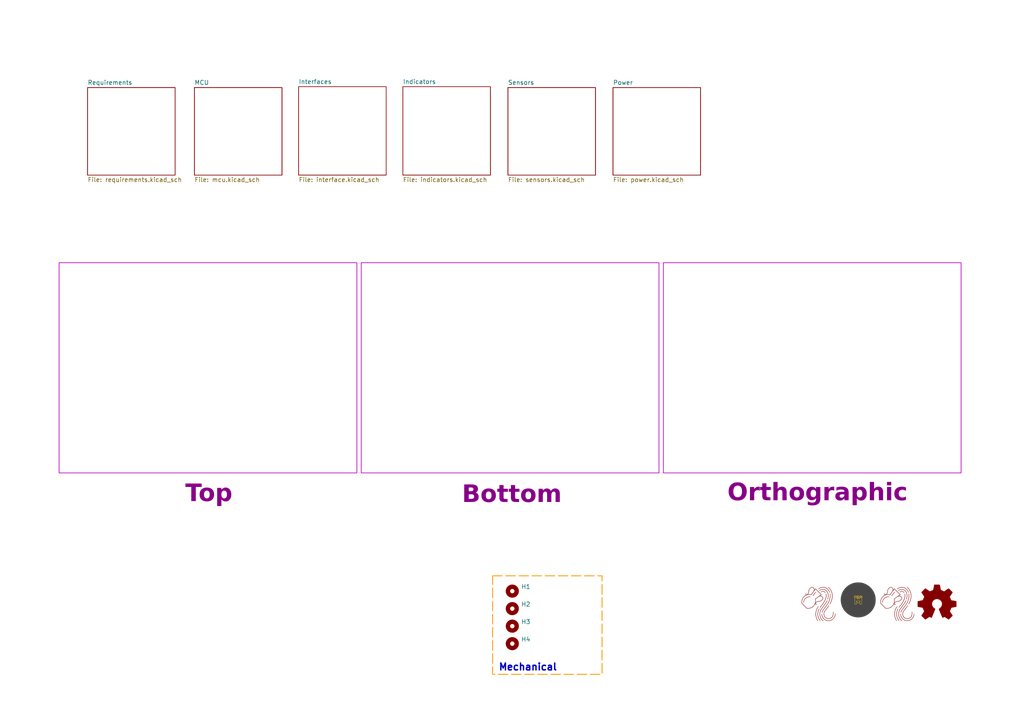
<source format=kicad_sch>
(kicad_sch (version 20250114) (generator "eeschema") (generator_version "9.0")
  (paper "A4")
  (title_block (title "Client Hardware") (date "<<release-date>>") (rev "<<tag>>") (comment 1 "<<hash>>"))
  (lib_symbols
    (symbol "CRGM Logos:Aquarius Logo")
    (symbol "CRGM Logos:CRGM Logo")
    (symbol "Graphic:Logo_Open_Hardware_Small" (in_bom no) (on_board no))
    (symbol "Mechanical:MountingHole" (pin_names (offset 1.016)) (in_bom no)
      (property "Reference" "H" (at 0 5.08 0))
      (property "Value" "MountingHole" (at 0 3.175 0))
    )
  )
  (rectangle (start 142.875 167.005) (end 174.625 195.58) (stroke (width 0.254) (type dash) (color 255 153 0 1)))
  (rectangle (start 17.145 76.2) (end 103.505 137.16) (stroke (width 0.2) (color 194 0 194 1)))
  (rectangle (start 104.775 76.2) (end 191.135 137.16) (stroke (width 0.2) (color 194 0 194 1)))
  (rectangle (start 192.405 76.2) (end 278.765 137.16) (stroke (width 0.2) (color 194 0 194 1)))
  (text "Mechanical" (at 144.526 194.818 0) (effects (font (size 2 2) (thickness 0.4) (bold yes)) (justify left bottom)))
  (text "Bottom" (at 148.463 145.034 0) (effects (font (size 5 5) (bold yes))))
  (text "Orthographic" (at 237.109 144.526 0) (effects (font (size 5 5) (bold yes))))
  (text "Top" (at 60.579 144.78 0) (effects (font (size 5 5) (bold yes))))
  (symbol (lib_id "Mechanical:MountingHole") (at 148.59 171.45 0) (unit 1) (in_bom no)
    (property "Reference" "H1" (at 151.13 170.1799 0) (effects (justify left)))
    (property "Footprint" "CRGM Mechanical:MountingHole_3.2mm_M3_Pad_Via" (effects (hide yes)))
    (property "Description" "Mounting Hole without connection" (effects (hide yes)))
  )
  (symbol (lib_id "CRGM Logos:Aquarius Logo") (at 260.35 175.26 0) (unit 1) (in_bom no)
    (property "Reference" "LOGO3" (effects (hide yes)))
    (property "Footprint" "CRGM Logos:Aquarius Logo 5mm" (effects (hide yes)))
  )
  (symbol (lib_id "Mechanical:MountingHole") (at 148.59 181.61 0) (unit 1) (in_bom no)
    (property "Reference" "H3" (at 151.13 180.3399 0) (effects (justify left)))
    (property "Footprint" "CRGM Mechanical:MountingHole_3.2mm_M3_Pad_Via" (effects (hide yes)))
    (property "Description" "Mounting Hole without connection" (effects (hide yes)))
  )
  (symbol (lib_id "Graphic:Logo_Open_Hardware_Small") (at 271.78 175.26 0) (unit 1) (exclude_from_sim yes) (in_bom no)
    (property "Reference" "LOGO4" (effects (hide yes)))
    (property "Footprint" "Symbol:OSHW-Logo_5.7x6mm_SilkScreen" (effects (hide yes)))
    (property "Description" "Open Hardware logo, small" (effects (hide yes)))
  )
  (symbol (lib_id "Mechanical:MountingHole") (at 148.59 176.53 0) (unit 1) (in_bom no)
    (property "Reference" "H2" (at 151.13 175.2599 0) (effects (justify left)))
    (property "Footprint" "CRGM Mechanical:MountingHole_3.2mm_M3_Pad_Via" (effects (hide yes)))
    (property "Description" "Mounting Hole without connection" (effects (hide yes)))
  )
  (symbol (lib_id "CRGM Logos:CRGM Logo") (at 248.92 173.99 0) (unit 1) (in_bom no)
    (property "Reference" "LOGO1" (effects (hide yes)))
    (property "Value" "~" (at 248.92 173.99 0))
    (property "Footprint" "CRGM Logos:CRGM Logo 5mm" (effects (hide yes)))
  )
  (symbol (lib_id "CRGM Logos:Aquarius Logo") (at 237.49 175.26 0) (unit 1) (in_bom no)
    (property "Reference" "LOGO2" (effects (hide yes)))
    (property "Footprint" "CRGM Logos:Aquarius Logo 5mm" (effects (hide yes)))
  )
  (symbol (lib_id "Mechanical:MountingHole") (at 148.59 186.69 0) (unit 1) (in_bom no)
    (property "Reference" "H4" (at 151.13 185.4199 0) (effects (justify left)))
    (property "Footprint" "CRGM Mechanical:MountingHole_3.2mm_M3_Pad_Via" (effects (hide yes)))
    (property "Description" "Mounting Hole without connection" (effects (hide yes)))
  )
  (sheet (at 147.32 25.4) (size 25.4 25.4) (stroke (width 0.1524))
    (property "Sheetname" "Sensors" (at 147.32 24.6884 0) (effects (justify left bottom)))
    (property "Sheetfile" "sensors.kicad_sch" (at 147.32 51.3846 0) (effects (justify left top)))
  )
  (sheet (at 116.84 25.146) (size 25.4 25.654) (stroke (width 0.1524))
    (property "Sheetname" "Indicators" (at 116.84 24.4344 0) (effects (justify left bottom)))
    (property "Sheetfile" "indicators.kicad_sch" (at 116.84 51.3846 0) (effects (justify left top)))
  )
  (sheet (at 56.388 25.4) (size 25.4 25.4) (stroke (width 0.1524))
    (property "Sheetname" "MCU" (at 56.388 24.6884 0) (effects (justify left bottom)))
    (property "Sheetfile" "mcu.kicad_sch" (at 56.388 51.3846 0) (effects (justify left top)))
  )
  (sheet (at 25.4 25.4) (size 25.4 25.4) (stroke (width 0.1524))
    (property "Sheetname" "Requirements" (at 25.4 24.6884 0) (effects (justify left bottom)))
    (property "Sheetfile" "requirements.kicad_sch" (at 25.4 51.3846 0) (effects (justify left top)))
  )
  (sheet (at 86.614 25.146) (size 25.4 25.654) (stroke (width 0.1524))
    (property "Sheetname" "Interfaces" (at 86.614 24.4344 0) (effects (justify left bottom)))
    (property "Sheetfile" "interface.kicad_sch" (at 86.614 51.3846 0) (effects (justify left top)))
  )
  (sheet (at 177.7915 25.4024) (size 25.4 25.4) (stroke (width 0.1524))
    (property "Sheetname" "Power" (at 177.7915 24.6908 0) (effects (justify left bottom)))
    (property "Sheetfile" "power.kicad_sch" (at 177.7915 51.387 0) (effects (justify left top)))
  )
)
</source>
